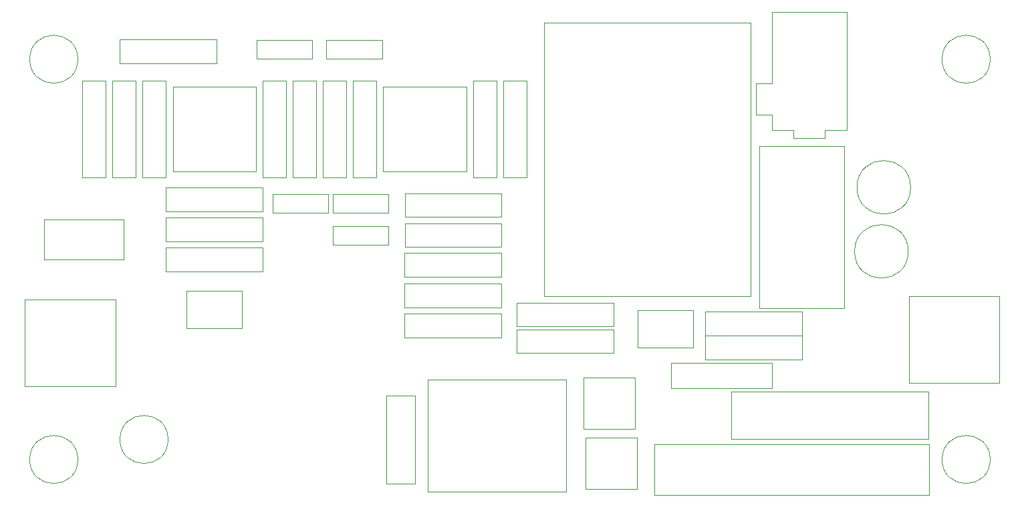
<source format=gbr>
%TF.GenerationSoftware,KiCad,Pcbnew,7.0.10*%
%TF.CreationDate,2024-03-07T19:54:16+07:00*%
%TF.ProjectId,solder-reflow,736f6c64-6572-42d7-9265-666c6f772e6b,rev?*%
%TF.SameCoordinates,Original*%
%TF.FileFunction,Other,User*%
%FSLAX46Y46*%
G04 Gerber Fmt 4.6, Leading zero omitted, Abs format (unit mm)*
G04 Created by KiCad (PCBNEW 7.0.10) date 2024-03-07 19:54:16*
%MOMM*%
%LPD*%
G01*
G04 APERTURE LIST*
%ADD10C,0.050000*%
G04 APERTURE END LIST*
D10*
%TO.C,R10*%
X109440000Y-69620000D02*
X109440000Y-72620000D01*
X109440000Y-72620000D02*
X121700000Y-72620000D01*
X121700000Y-69620000D02*
X109440000Y-69620000D01*
X121700000Y-72620000D02*
X121700000Y-69620000D01*
%TO.C,R21*%
X139666000Y-81812000D02*
X139666000Y-84812000D01*
X139666000Y-84812000D02*
X151926000Y-84812000D01*
X151926000Y-81812000D02*
X139666000Y-81812000D01*
X151926000Y-84812000D02*
X151926000Y-81812000D01*
%TO.C,R22*%
X166150000Y-90649329D02*
X166150000Y-87649329D01*
X166150000Y-87649329D02*
X153890000Y-87649329D01*
X153890000Y-90649329D02*
X166150000Y-90649329D01*
X153890000Y-87649329D02*
X153890000Y-90649329D01*
%TO.C,R2*%
X125515000Y-68350000D02*
X128515000Y-68350000D01*
X128515000Y-68350000D02*
X128515000Y-56090000D01*
X125515000Y-56090000D02*
X125515000Y-68350000D01*
X128515000Y-56090000D02*
X125515000Y-56090000D01*
%TO.C,TH1*%
X104080000Y-73675000D02*
X94040000Y-73645000D01*
X104080000Y-73675000D02*
X104080000Y-78755000D01*
X94040000Y-78745000D02*
X94040000Y-73645000D01*
X94040000Y-78745000D02*
X104080000Y-78755000D01*
%TO.C,H1*%
X98300000Y-53340000D02*
G75*
G03*
X92200000Y-53340000I-3050000J0D01*
G01*
X92200000Y-53340000D02*
G75*
G03*
X98300000Y-53340000I3050000J0D01*
G01*
%TO.C,U3*%
X110325000Y-56860000D02*
X110325000Y-67560000D01*
X110325000Y-67560000D02*
X120875000Y-67560000D01*
X120875000Y-56860000D02*
X110325000Y-56860000D01*
X120875000Y-67560000D02*
X120875000Y-56860000D01*
%TO.C,R16*%
X139705639Y-70365713D02*
X139705639Y-73365713D01*
X139705639Y-73365713D02*
X151965639Y-73365713D01*
X151965639Y-70365713D02*
X139705639Y-70365713D01*
X151965639Y-73365713D02*
X151965639Y-70365713D01*
%TO.C,R18*%
X153890000Y-84246000D02*
X153890000Y-87246000D01*
X153890000Y-87246000D02*
X166150000Y-87246000D01*
X166150000Y-84246000D02*
X153890000Y-84246000D01*
X166150000Y-87246000D02*
X166150000Y-84246000D01*
%TO.C,D2*%
X162383000Y-93778000D02*
X162383000Y-100278000D01*
X162383000Y-100278000D02*
X168833000Y-100278000D01*
X168833000Y-93778000D02*
X162383000Y-93778000D01*
X168833000Y-100278000D02*
X168833000Y-93778000D01*
%TO.C,C4*%
X137662000Y-72828000D02*
X137662000Y-70428000D01*
X137662000Y-70428000D02*
X130562000Y-70428000D01*
X130562000Y-72828000D02*
X137662000Y-72828000D01*
X130562000Y-70428000D02*
X130562000Y-72828000D01*
%TO.C,U5*%
X183484000Y-83390000D02*
X157384000Y-83390000D01*
X183484000Y-48690000D02*
X183484000Y-83390000D01*
X157384000Y-83390000D02*
X157384000Y-48690000D01*
X157384000Y-48690000D02*
X183484000Y-48690000D01*
%TO.C,J4*%
X186199500Y-47372000D02*
X195699500Y-47372000D01*
X186199500Y-56372000D02*
X186199500Y-47372000D01*
X184199500Y-56372000D02*
X186199500Y-56372000D01*
X186199500Y-60372000D02*
X184199500Y-60372000D01*
X184199500Y-60372000D02*
X184199500Y-56372000D01*
X195699500Y-62372000D02*
X195699500Y-47372000D01*
X195449500Y-62372000D02*
X195699500Y-62372000D01*
X195449500Y-62372000D02*
X192949500Y-62372000D01*
X192949500Y-62372000D02*
X192949500Y-63372000D01*
X188949500Y-62372000D02*
X186199500Y-62372000D01*
X186199500Y-62372000D02*
X186199500Y-60372000D01*
X192949500Y-63372000D02*
X188949500Y-63372000D01*
X188949500Y-63372000D02*
X188949500Y-62372000D01*
%TO.C,U2*%
X136980000Y-56870000D02*
X136980000Y-67570000D01*
X136980000Y-67570000D02*
X147530000Y-67570000D01*
X147530000Y-56870000D02*
X136980000Y-56870000D01*
X147530000Y-67570000D02*
X147530000Y-56870000D01*
%TO.C,R9*%
X106465000Y-68350000D02*
X109465000Y-68350000D01*
X109465000Y-68350000D02*
X109465000Y-56090000D01*
X106465000Y-56090000D02*
X106465000Y-68350000D01*
X109465000Y-56090000D02*
X106465000Y-56090000D01*
%TO.C,F1*%
X171328000Y-102210000D02*
X206128000Y-102210000D01*
X171328000Y-108610000D02*
X171328000Y-102210000D01*
X206128000Y-102210000D02*
X206128000Y-108610000D01*
X206128000Y-108610000D02*
X171328000Y-108610000D01*
%TO.C,R8*%
X105655000Y-56090000D02*
X102655000Y-56090000D01*
X102655000Y-56090000D02*
X102655000Y-68350000D01*
X105655000Y-68350000D02*
X105655000Y-56090000D01*
X102655000Y-68350000D02*
X105655000Y-68350000D01*
%TO.C,U1*%
X119120000Y-87460000D02*
X119120000Y-82720000D01*
X119120000Y-87460000D02*
X112020000Y-87460000D01*
X112020000Y-82720000D02*
X119120000Y-82720000D01*
X112020000Y-82720000D02*
X112020000Y-87460000D01*
%TO.C,R14*%
X190026000Y-88368000D02*
X190026000Y-85368000D01*
X190026000Y-85368000D02*
X177766000Y-85368000D01*
X177766000Y-88368000D02*
X190026000Y-88368000D01*
X177766000Y-85368000D02*
X177766000Y-88368000D01*
%TO.C,H2*%
X213870000Y-53340000D02*
G75*
G03*
X207770000Y-53340000I-3050000J0D01*
G01*
X207770000Y-53340000D02*
G75*
G03*
X213870000Y-53340000I3050000J0D01*
G01*
%TO.C,R15*%
X177766000Y-88416000D02*
X177766000Y-91416000D01*
X177766000Y-91416000D02*
X190026000Y-91416000D01*
X190026000Y-88416000D02*
X177766000Y-88416000D01*
X190026000Y-91416000D02*
X190026000Y-88416000D01*
%TO.C,D1*%
X173402000Y-91872000D02*
X173402000Y-95072000D01*
X173402000Y-95072000D02*
X186262000Y-95072000D01*
X186262000Y-91872000D02*
X173402000Y-91872000D01*
X186262000Y-95072000D02*
X186262000Y-91872000D01*
%TO.C,C3*%
X122942000Y-70428000D02*
X122942000Y-72828000D01*
X122942000Y-72828000D02*
X130042000Y-72828000D01*
X130042000Y-70428000D02*
X122942000Y-70428000D01*
X130042000Y-72828000D02*
X130042000Y-70428000D01*
%TO.C,U4*%
X184612000Y-64376000D02*
X184612000Y-84976000D01*
X184612000Y-84976000D02*
X195372000Y-84976000D01*
X195372000Y-64376000D02*
X184612000Y-64376000D01*
X195372000Y-84976000D02*
X195372000Y-64376000D01*
%TO.C,R12*%
X98830000Y-68360000D02*
X101830000Y-68360000D01*
X101830000Y-68360000D02*
X101830000Y-56100000D01*
X98830000Y-56100000D02*
X98830000Y-68360000D01*
X101830000Y-56100000D02*
X98830000Y-56100000D01*
%TO.C,D3*%
X162642000Y-101398000D02*
X162642000Y-107898000D01*
X162642000Y-107898000D02*
X169092000Y-107898000D01*
X169092000Y-101398000D02*
X162642000Y-101398000D01*
X169092000Y-107898000D02*
X169092000Y-101398000D01*
%TO.C,R20*%
X139705639Y-74175713D02*
X139705639Y-77175713D01*
X139705639Y-77175713D02*
X151965639Y-77175713D01*
X151965639Y-74175713D02*
X139705639Y-74175713D01*
X151965639Y-77175713D02*
X151965639Y-74175713D01*
%TO.C,R3*%
X152185000Y-68350000D02*
X155185000Y-68350000D01*
X155185000Y-68350000D02*
X155185000Y-56090000D01*
X152185000Y-56090000D02*
X152185000Y-68350000D01*
X155185000Y-56090000D02*
X152185000Y-56090000D01*
%TO.C,Q1*%
X169170000Y-85154000D02*
X169170000Y-89894000D01*
X169170000Y-85154000D02*
X176270000Y-85154000D01*
X176270000Y-89894000D02*
X169170000Y-89894000D01*
X176270000Y-89894000D02*
X176270000Y-85154000D01*
%TO.C,SW1*%
X142634000Y-93992000D02*
X142634000Y-108192000D01*
X142634000Y-93992000D02*
X160134000Y-93992000D01*
X160134000Y-108192000D02*
X142634000Y-108192000D01*
X160134000Y-108192000D02*
X160134000Y-93992000D01*
%TO.C,J1*%
X215046000Y-83440000D02*
X203546000Y-83440000D01*
X203546000Y-83440000D02*
X203546000Y-94440000D01*
X215046000Y-94440000D02*
X215046000Y-83440000D01*
X203546000Y-94440000D02*
X215046000Y-94440000D01*
%TO.C,C7*%
X203484380Y-77724000D02*
G75*
G03*
X196684380Y-77724000I-3400000J0D01*
G01*
X196684380Y-77724000D02*
G75*
G03*
X203484380Y-77724000I3400000J0D01*
G01*
%TO.C,J3*%
X91552000Y-94868000D02*
X103052000Y-94868000D01*
X103052000Y-94868000D02*
X103052000Y-83868000D01*
X91552000Y-83868000D02*
X91552000Y-94868000D01*
X103052000Y-83868000D02*
X91552000Y-83868000D01*
%TO.C,R19*%
X139666000Y-85622000D02*
X139666000Y-88622000D01*
X139666000Y-88622000D02*
X151926000Y-88622000D01*
X151926000Y-85622000D02*
X139666000Y-85622000D01*
X151926000Y-88622000D02*
X151926000Y-85622000D01*
%TO.C,R6*%
X132325000Y-56090000D02*
X129325000Y-56090000D01*
X129325000Y-56090000D02*
X129325000Y-68350000D01*
X132325000Y-68350000D02*
X132325000Y-56090000D01*
X129325000Y-68350000D02*
X132325000Y-68350000D01*
%TO.C,H3*%
X213870000Y-104140000D02*
G75*
G03*
X207770000Y-104140000I-3050000J0D01*
G01*
X207770000Y-104140000D02*
G75*
G03*
X213870000Y-104140000I3050000J0D01*
G01*
%TO.C,R5*%
X133135000Y-68350000D02*
X136135000Y-68350000D01*
X136135000Y-68350000D02*
X136135000Y-56090000D01*
X133135000Y-56090000D02*
X133135000Y-68350000D01*
X136135000Y-56090000D02*
X133135000Y-56090000D01*
%TO.C,R7*%
X109440000Y-73430000D02*
X109440000Y-76430000D01*
X109440000Y-76430000D02*
X121700000Y-76430000D01*
X121700000Y-73430000D02*
X109440000Y-73430000D01*
X121700000Y-76430000D02*
X121700000Y-73430000D01*
%TO.C,R17*%
X139666000Y-77915825D02*
X139666000Y-80915825D01*
X139666000Y-80915825D02*
X151926000Y-80915825D01*
X151926000Y-77915825D02*
X139666000Y-77915825D01*
X151926000Y-80915825D02*
X151926000Y-77915825D01*
%TO.C,J2*%
X140992000Y-107200000D02*
X140992000Y-96000000D01*
X140992000Y-96000000D02*
X137392000Y-96000000D01*
X137392000Y-107200000D02*
X140992000Y-107200000D01*
X137392000Y-96000000D02*
X137392000Y-107200000D01*
%TO.C,R4*%
X148375000Y-68350000D02*
X151375000Y-68350000D01*
X151375000Y-68350000D02*
X151375000Y-56090000D01*
X148375000Y-56090000D02*
X148375000Y-68350000D01*
X151375000Y-56090000D02*
X148375000Y-56090000D01*
%TO.C,H4*%
X98300000Y-104140000D02*
G75*
G03*
X92200000Y-104140000I-3050000J0D01*
G01*
X92200000Y-104140000D02*
G75*
G03*
X98300000Y-104140000I3050000J0D01*
G01*
%TO.C,H5*%
X109730000Y-101600000D02*
G75*
G03*
X103630000Y-101600000I-3050000J0D01*
G01*
X103630000Y-101600000D02*
G75*
G03*
X109730000Y-101600000I3050000J0D01*
G01*
%TO.C,R11*%
X109440000Y-77240000D02*
X109440000Y-80240000D01*
X109440000Y-80240000D02*
X121700000Y-80240000D01*
X121700000Y-77240000D02*
X109440000Y-77240000D01*
X121700000Y-80240000D02*
X121700000Y-77240000D01*
%TO.C,R1*%
X124705000Y-56090000D02*
X121705000Y-56090000D01*
X121705000Y-56090000D02*
X121705000Y-68350000D01*
X124705000Y-68350000D02*
X124705000Y-56090000D01*
X121705000Y-68350000D02*
X124705000Y-68350000D01*
%TO.C,C5*%
X137662000Y-76892000D02*
X137662000Y-74492000D01*
X137662000Y-74492000D02*
X130562000Y-74492000D01*
X130562000Y-76892000D02*
X137662000Y-76892000D01*
X130562000Y-74492000D02*
X130562000Y-76892000D01*
%TO.C,C6*%
X203786000Y-69596000D02*
G75*
G03*
X196986000Y-69596000I-3400000J0D01*
G01*
X196986000Y-69596000D02*
G75*
G03*
X203786000Y-69596000I3400000J0D01*
G01*
%TO.C,C2*%
X129760000Y-50870000D02*
X129760000Y-53270000D01*
X129760000Y-53270000D02*
X136860000Y-53270000D01*
X136860000Y-50870000D02*
X129760000Y-50870000D01*
X136860000Y-53270000D02*
X136860000Y-50870000D01*
%TO.C,K1*%
X206048000Y-101552000D02*
X181048000Y-101552000D01*
X206048000Y-95552000D02*
X206048000Y-101552000D01*
X181048000Y-101552000D02*
X181048000Y-95552000D01*
X181048000Y-95552000D02*
X206048000Y-95552000D01*
%TO.C,C1*%
X120910000Y-50870000D02*
X120910000Y-53270000D01*
X120910000Y-53270000D02*
X128010000Y-53270000D01*
X128010000Y-50870000D02*
X120910000Y-50870000D01*
X128010000Y-53270000D02*
X128010000Y-50870000D01*
%TO.C,R13*%
X103598000Y-50824000D02*
X103598000Y-53824000D01*
X103598000Y-53824000D02*
X115858000Y-53824000D01*
X115858000Y-50824000D02*
X103598000Y-50824000D01*
X115858000Y-53824000D02*
X115858000Y-50824000D01*
%TD*%
M02*

</source>
